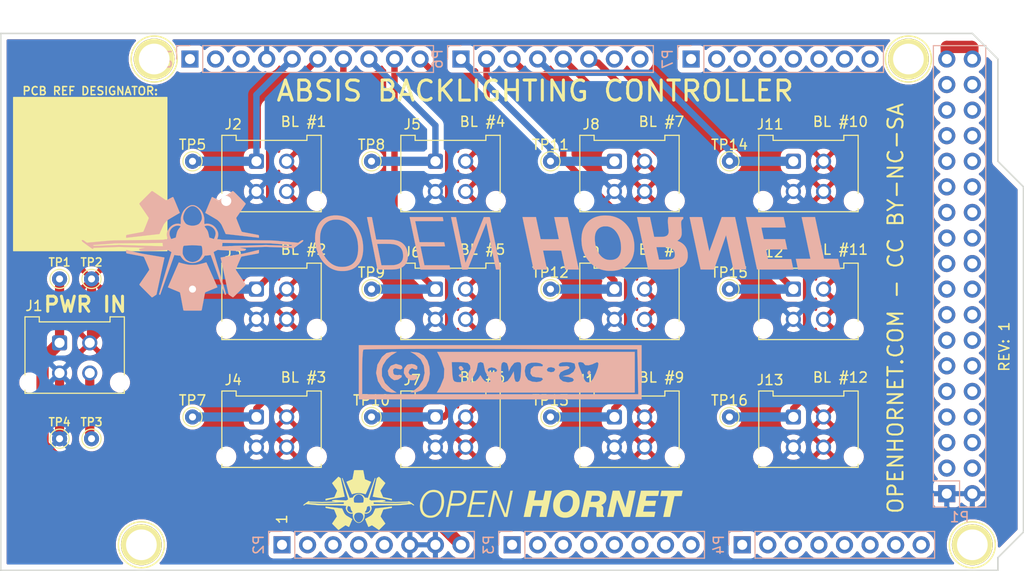
<source format=kicad_pcb>
(kicad_pcb (version 20171130) (host pcbnew "(5.1.4)-1")
  (title_block (date "mar. 31 mars 2015"))
  (layers (0 F.Cu signal) (31 B.Cu signal) (34 B.Paste user) (35 F.Paste user) (36 B.SilkS user) (37 F.SilkS user) (38 B.Mask user) (39 F.Mask user) (44 Edge.Cuts user))
  (net 0 "")
  (net 1 GND)
  (net 2 +5V)
  (net 3 +3V3)
  (net 4 +5VD)
  (net 5 /+12V_SUPPLY)
  (net 6 /+5V_SUPPLY)
  (net 7 /+3.3V_SUPPLY)
  (net 8 "/52(SCK)")
  (net 9 "/53(SS)")
  (net 10 "/50(MISO)")
  (net 11 "/51(MOSI)")
  (net 12 /48)
  (net 13 /49)
  (net 14 /46)
  (net 15 /47)
  (net 16 /44)
  (net 17 /45)
  (net 18 /42)
  (net 19 /43)
  (net 20 /40)
  (net 21 /41)
  (net 22 /38)
  (net 23 /39)
  (net 24 /36)
  (net 25 /37)
  (net 26 /34)
  (net 27 /35)
  (net 28 /32)
  (net 29 /33)
  (net 30 /30)
  (net 31 /31)
  (net 32 /28)
  (net 33 /29)
  (net 34 /26)
  (net 35 /27)
  (net 36 /24)
  (net 37 /25)
  (net 38 /22)
  (net 39 /23)
  (net 40 /Reset)
  (net 41 /IOREF)
  (net 42 "Net-(P2-Pad1)")
  (net 43 /A0)
  (net 44 /A1)
  (net 45 /A2)
  (net 46 /A3)
  (net 47 /A4)
  (net 48 /A5)
  (net 49 /A6)
  (net 50 /A7)
  (net 51 /A8)
  (net 52 /A9)
  (net 53 /A10)
  (net 54 /A11)
  (net 55 /A12)
  (net 56 /A13)
  (net 57 /A14)
  (net 58 /A15)
  (net 59 /SCL)
  (net 60 /SDA)
  (net 61 /AREF)
  (net 62 "/13(**)")
  (net 63 "/12(**)")
  (net 64 "/11(**)")
  (net 65 "/10(**)")
  (net 66 "/9(**)")
  (net 67 "/8(**)")
  (net 68 "/7(**)")
  (net 69 "/6(**)")
  (net 70 "/5(**)")
  (net 71 "/4(**)")
  (net 72 "/3(**)")
  (net 73 "/2(**)")
  (net 74 "/1(Tx0)")
  (net 75 "/0(Rx0)")
  (net 76 "/14(Tx3)")
  (net 77 "/15(Rx3)")
  (net 78 "/16(Tx2)")
  (net 79 "/17(Rx2)")
  (net 80 "/18(Tx1)")
  (net 81 "/19(Rx1)")
  (net 82 "/20(SDA)")
  (net 83 "/21(SCL)")
  (module KiCAD_Libraries:CC-BY-NC-SA-Small (layer B.Cu) (at 152.908 101.981)
    (fp_text reference G*** hide)
    (fp_text value LOGO hide)
  )
  (module KiCAD_Libraries:OH_LOGO_75.4mm_11.9mm (layer B.Cu) (at 149.098 89.916)
    (fp_text reference G*** hide)
    (fp_text value LOGO hide)
  )
  (module KiCAD_Libraries:OH_LOGO_37.7mm_5.9mm (layer F.Cu) (at 152.273 114.681)
    (fp_text reference G*** hide)
    (fp_text value LOGO hide)
  )
  (module Socket_Arduino_Mega:Arduino_1pin (layer F.Cu) (at 117.348 119.126)
    (fp_text reference MK1 hide)
    (fp_text value MH hide)
    (pad 1 thru_hole circle (at 0 0) (size 4.064 4.064) (drill 3.048) (layers *.Cu *.Mask F.SilkS))
  )
  (module Socket_Arduino_Mega:Arduino_1pin (layer F.Cu) (at 199.898 119.126)
    (fp_text reference MK3 hide)
    (fp_text value MH hide)
    (pad 1 thru_hole circle (at 0 0) (size 4.064 4.064) (drill 3.048) (layers *.Cu *.Mask F.SilkS))
  )
  (module Socket_Arduino_Mega:Arduino_1pin (layer F.Cu) (at 118.618 70.866)
    (fp_text reference MK4 hide)
    (fp_text value MH hide)
    (pad 1 thru_hole circle (at 0 0) (size 4.064 4.064) (drill 3.048) (layers *.Cu *.Mask F.SilkS))
  )
  (module Socket_Arduino_Mega:Arduino_1pin (layer F.Cu) (at 193.548 70.866)
    (fp_text reference MK6 hide)
    (fp_text value MH hide)
    (pad 1 thru_hole circle (at 0 0) (size 4.064 4.064) (drill 3.048) (layers *.Cu *.Mask F.SilkS))
  )
  (module Connector_Molex:Molex_Micro-Fit_3.0_43045-0412_2x02_P3.00mm_Vertical (layer F.Cu) (at 109.22 99.06)
    (fp_text reference J1 (at -2.54 -3.67) (layer F.SilkS))
    (fp_text value "PWR IN")
    (pad "" np_thru_hole circle (at -3 3.94) (size 1 1) (drill 1) (layers *.Cu *.Mask))
    (pad "" np_thru_hole circle (at 6 3.94) (size 1 1) (drill 1) (layers *.Cu *.Mask))
    (pad 1 thru_hole roundrect (at 0 0) (size 1.5 1.5) (drill 1) (layers *.Cu *.Mask) (roundrect_rratio 0.166667) (net 5 /+12V_SUPPLY))
    (pad 2 thru_hole circle (at 3 0) (size 1.5 1.5) (drill 1) (layers *.Cu *.Mask) (net 6 /+5V_SUPPLY))
    (pad 3 thru_hole circle (at 0 3) (size 1.5 1.5) (drill 1) (layers *.Cu *.Mask) (net 1 GND))
    (pad 4 thru_hole circle (at 3 3) (size 1.5 1.5) (drill 1) (layers *.Cu *.Mask) (net 7 /+3.3V_SUPPLY))
  )
  (module TestPoint:TestPoint_THTPad_D1.5mm_Drill0.7mm (layer F.Cu) (at 109.22 92.71)
    (fp_text reference TP1 (at 0 -1.648) (layer F.SilkS) (effects (font (size 0.8 0.8))))
    (fp_text value TP-12)
    (pad 1 thru_hole circle (at 0 0) (size 1.5 1.5) (drill 0.7) (layers *.Cu *.Mask) (net 5 /+12V_SUPPLY))
  )
  (module TestPoint:TestPoint_THTPad_D1.5mm_Drill0.7mm (layer F.Cu) (at 112.395 92.71)
    (fp_text reference TP2 (at 0 -1.648) (layer F.SilkS) (effects (font (size 0.8 0.8))))
    (fp_text value TP-5V)
    (pad 1 thru_hole circle (at 0 0) (size 1.5 1.5) (drill 0.7) (layers *.Cu *.Mask) (net 6 /+5V_SUPPLY))
  )
  (module TestPoint:TestPoint_THTPad_D1.5mm_Drill0.7mm (layer F.Cu) (at 112.395 108.585)
    (fp_text reference TP3 (at 0 -1.648) (layer F.SilkS) (effects (font (size 0.8 0.8))))
    (fp_text value TP-3.3V)
    (pad 1 thru_hole circle (at 0 0) (size 1.5 1.5) (drill 0.7) (layers *.Cu *.Mask) (net 7 /+3.3V_SUPPLY))
  )
  (module TestPoint:TestPoint_THTPad_D1.5mm_Drill0.7mm (layer F.Cu) (at 109.22 108.585)
    (fp_text reference TP4 (at 0 -1.648) (layer F.SilkS) (effects (font (size 0.8 0.8))))
    (fp_text value TP-GND)
    (pad 1 thru_hole circle (at 0 0) (size 1.5 1.5) (drill 0.7) (layers *.Cu *.Mask) (net 1 GND))
  )
  (module Connector_PinHeader_2.54mm:PinHeader_2x18_P2.54mm_Vertical (layer B.Cu) (at 197.358 114.046)
    (fp_text reference P1 (at 1.27 2.33) (layer B.SilkS) (effects (justify mirror)))
    (fp_text value Digital)
    (pad 1 thru_hole rect (at 0 0) (size 1.7 1.7) (drill 1) (layers *.Cu *.Mask) (net 1 GND))
    (pad 2 thru_hole oval (at 2.54 0) (size 1.7 1.7) (drill 1) (layers *.Cu *.Mask) (net 1 GND))
    (pad 3 thru_hole oval (at 0 -2.54) (size 1.7 1.7) (drill 1) (layers *.Cu *.Mask) (net 8 "/52(SCK)"))
    (pad 4 thru_hole oval (at 2.54 -2.54) (size 1.7 1.7) (drill 1) (layers *.Cu *.Mask) (net 9 "/53(SS)"))
    (pad 5 thru_hole oval (at 0 -5.08) (size 1.7 1.7) (drill 1) (layers *.Cu *.Mask) (net 10 "/50(MISO)"))
    (pad 6 thru_hole oval (at 2.54 -5.08) (size 1.7 1.7) (drill 1) (layers *.Cu *.Mask) (net 11 "/51(MOSI)"))
    (pad 7 thru_hole oval (at 0 -7.62) (size 1.7 1.7) (drill 1) (layers *.Cu *.Mask) (net 12 /48))
    (pad 8 thru_hole oval (at 2.54 -7.62) (size 1.7 1.7) (drill 1) (layers *.Cu *.Mask) (net 13 /49))
    (pad 9 thru_hole oval (at 0 -10.16) (size 1.7 1.7) (drill 1) (layers *.Cu *.Mask) (net 14 /46))
    (pad 10 thru_hole oval (at 2.54 -10.16) (size 1.7 1.7) (drill 1) (layers *.Cu *.Mask) (net 15 /47))
    (pad 11 thru_hole oval (at 0 -12.7) (size 1.7 1.7) (drill 1) (layers *.Cu *.Mask) (net 16 /44))
    (pad 12 thru_hole oval (at 2.54 -12.7) (size 1.7 1.7) (drill 1) (layers *.Cu *.Mask) (net 17 /45))
    (pad 13 thru_hole oval (at 0 -15.24) (size 1.7 1.7) (drill 1) (layers *.Cu *.Mask) (net 18 /42))
    (pad 14 thru_hole oval (at 2.54 -15.24) (size 1.7 1.7) (drill 1) (layers *.Cu *.Mask) (net 19 /43))
    (pad 15 thru_hole oval (at 0 -17.78) (size 1.7 1.7) (drill 1) (layers *.Cu *.Mask) (net 20 /40))
    (pad 16 thru_hole oval (at 2.54 -17.78) (size 1.7 1.7) (drill 1) (layers *.Cu *.Mask) (net 21 /41))
    (pad 17 thru_hole oval (at 0 -20.32) (size 1.7 1.7) (drill 1) (layers *.Cu *.Mask) (net 22 /38))
    (pad 18 thru_hole oval (at 2.54 -20.32) (size 1.7 1.7) (drill 1) (layers *.Cu *.Mask) (net 23 /39))
    (pad 19 thru_hole oval (at 0 -22.86) (size 1.7 1.7) (drill 1) (layers *.Cu *.Mask) (net 24 /36))
    (pad 20 thru_hole oval (at 2.54 -22.86) (size 1.7 1.7) (drill 1) (layers *.Cu *.Mask) (net 25 /37))
    (pad 21 thru_hole oval (at 0 -25.4) (size 1.7 1.7) (drill 1) (layers *.Cu *.Mask) (net 26 /34))
    (pad 22 thru_hole oval (at 2.54 -25.4) (size 1.7 1.7) (drill 1) (layers *.Cu *.Mask) (net 27 /35))
    (pad 23 thru_hole oval (at 0 -27.94) (size 1.7 1.7) (drill 1) (layers *.Cu *.Mask) (net 28 /32))
    (pad 24 thru_hole oval (at 2.54 -27.94) (size 1.7 1.7) (drill 1) (layers *.Cu *.Mask) (net 29 /33))
    (pad 25 thru_hole oval (at 0 -30.48) (size 1.7 1.7) (drill 1) (layers *.Cu *.Mask) (net 30 /30))
    (pad 26 thru_hole oval (at 2.54 -30.48) (size 1.7 1.7) (drill 1) (layers *.Cu *.Mask) (net 31 /31))
    (pad 27 thru_hole oval (at 0 -33.02) (size 1.7 1.7) (drill 1) (layers *.Cu *.Mask) (net 32 /28))
    (pad 28 thru_hole oval (at 2.54 -33.02) (size 1.7 1.7) (drill 1) (layers *.Cu *.Mask) (net 33 /29))
    (pad 29 thru_hole oval (at 0 -35.56) (size 1.7 1.7) (drill 1) (layers *.Cu *.Mask) (net 34 /26))
    (pad 30 thru_hole oval (at 2.54 -35.56) (size 1.7 1.7) (drill 1) (layers *.Cu *.Mask) (net 35 /27))
    (pad 31 thru_hole oval (at 0 -38.1) (size 1.7 1.7) (drill 1) (layers *.Cu *.Mask) (net 36 /24))
    (pad 32 thru_hole oval (at 2.54 -38.1) (size 1.7 1.7) (drill 1) (layers *.Cu *.Mask) (net 37 /25))
    (pad 33 thru_hole oval (at 0 -40.64) (size 1.7 1.7) (drill 1) (layers *.Cu *.Mask) (net 38 /22))
    (pad 34 thru_hole oval (at 2.54 -40.64) (size 1.7 1.7) (drill 1) (layers *.Cu *.Mask) (net 39 /23))
    (pad 35 thru_hole oval (at 0 -43.18) (size 1.7 1.7) (drill 1) (layers *.Cu *.Mask) (net 4 +5VD))
    (pad 36 thru_hole oval (at 2.54 -43.18) (size 1.7 1.7) (drill 1) (layers *.Cu *.Mask) (net 4 +5VD))
  )
  (module Connector_PinHeader_2.54mm:PinHeader_1x08_P2.54mm_Vertical (layer B.Cu) (at 131.318 119.126 270)
    (fp_text reference P2 (at 0 2.33 270) (layer B.SilkS) (effects (justify mirror)))
    (fp_text value Power)
    (pad 1 thru_hole rect (at 0 0 270) (size 1.7 1.7) (drill 1) (layers *.Cu *.Mask) (net 42 "Net-(P2-Pad1)"))
    (pad 2 thru_hole oval (at 0 -2.54 270) (size 1.7 1.7) (drill 1) (layers *.Cu *.Mask) (net 41 /IOREF))
    (pad 3 thru_hole oval (at 0 -5.08 270) (size 1.7 1.7) (drill 1) (layers *.Cu *.Mask) (net 40 /Reset))
    (pad 4 thru_hole oval (at 0 -7.62 270) (size 1.7 1.7) (drill 1) (layers *.Cu *.Mask) (net 3 +3V3))
    (pad 5 thru_hole oval (at 0 -10.16 270) (size 1.7 1.7) (drill 1) (layers *.Cu *.Mask) (net 2 +5V))
    (pad 6 thru_hole oval (at 0 -12.7 270) (size 1.7 1.7) (drill 1) (layers *.Cu *.Mask) (net 1 GND))
    (pad 7 thru_hole oval (at 0 -15.24 270) (size 1.7 1.7) (drill 1) (layers *.Cu *.Mask) (net 1 GND))
    (pad 8 thru_hole oval (at 0 -17.78 270) (size 1.7 1.7) (drill 1) (layers *.Cu *.Mask) (net 5 /+12V_SUPPLY))
  )
  (module Connector_PinHeader_2.54mm:PinHeader_1x08_P2.54mm_Vertical (layer B.Cu) (at 154.178 119.126 270)
    (fp_text reference P3 (at 0 2.33 270) (layer B.SilkS) (effects (justify mirror)))
    (fp_text value Analog)
    (pad 1 thru_hole rect (at 0 0 270) (size 1.7 1.7) (drill 1) (layers *.Cu *.Mask) (net 43 /A0))
    (pad 2 thru_hole oval (at 0 -2.54 270) (size 1.7 1.7) (drill 1) (layers *.Cu *.Mask) (net 44 /A1))
    (pad 3 thru_hole oval (at 0 -5.08 270) (size 1.7 1.7) (drill 1) (layers *.Cu *.Mask) (net 45 /A2))
    (pad 4 thru_hole oval (at 0 -7.62 270) (size 1.7 1.7) (drill 1) (layers *.Cu *.Mask) (net 46 /A3))
    (pad 5 thru_hole oval (at 0 -10.16 270) (size 1.7 1.7) (drill 1) (layers *.Cu *.Mask) (net 47 /A4))
    (pad 6 thru_hole oval (at 0 -12.7 270) (size 1.7 1.7) (drill 1) (layers *.Cu *.Mask) (net 48 /A5))
    (pad 7 thru_hole oval (at 0 -15.24 270) (size 1.7 1.7) (drill 1) (layers *.Cu *.Mask) (net 49 /A6))
    (pad 8 thru_hole oval (at 0 -17.78 270) (size 1.7 1.7) (drill 1) (layers *.Cu *.Mask) (net 50 /A7))
  )
  (module Connector_PinHeader_2.54mm:PinHeader_1x08_P2.54mm_Vertical (layer B.Cu) (at 177.038 119.126 270)
    (fp_text reference P4 (at 0 2.33 270) (layer B.SilkS) (effects (justify mirror)))
    (fp_text value Analog)
    (pad 1 thru_hole rect (at 0 0 270) (size 1.7 1.7) (drill 1) (layers *.Cu *.Mask) (net 51 /A8))
    (pad 2 thru_hole oval (at 0 -2.54 270) (size 1.7 1.7) (drill 1) (layers *.Cu *.Mask) (net 52 /A9))
    (pad 3 thru_hole oval (at 0 -5.08 270) (size 1.7 1.7) (drill 1) (layers *.Cu *.Mask) (net 53 /A10))
    (pad 4 thru_hole oval (at 0 -7.62 270) (size 1.7 1.7) (drill 1) (layers *.Cu *.Mask) (net 54 /A11))
    (pad 5 thru_hole oval (at 0 -10.16 270) (size 1.7 1.7) (drill 1) (layers *.Cu *.Mask) (net 55 /A12))
    (pad 6 thru_hole oval (at 0 -12.7 270) (size 1.7 1.7) (drill 1) (layers *.Cu *.Mask) (net 56 /A13))
    (pad 7 thru_hole oval (at 0 -15.24 270) (size 1.7 1.7) (drill 1) (layers *.Cu *.Mask) (net 57 /A14))
    (pad 8 thru_hole oval (at 0 -17.78 270) (size 1.7 1.7) (drill 1) (layers *.Cu *.Mask) (net 58 /A15))
  )
  (module Connector_PinHeader_2.54mm:PinHeader_1x10_P2.54mm_Vertical (layer B.Cu) (at 122.174 70.866 270)
    (fp_text reference P5 (at 0 2.33 270) (layer B.SilkS) (effects (justify mirror)))
    (fp_text value PWM)
    (pad 1 thru_hole rect (at 0 0 270) (size 1.7 1.7) (drill 1) (layers *.Cu *.Mask) (net 59 /SCL))
    (pad 2 thru_hole oval (at 0 -2.54 270) (size 1.7 1.7) (drill 1) (layers *.Cu *.Mask) (net 60 /SDA))
    (pad 3 thru_hole oval (at 0 -5.08 270) (size 1.7 1.7) (drill 1) (layers *.Cu *.Mask) (net 61 /AREF))
    (pad 4 thru_hole oval (at 0 -7.62 270) (size 1.7 1.7) (drill 1) (layers *.Cu *.Mask) (net 1 GND))
    (pad 5 thru_hole oval (at 0 -10.16 270) (size 1.7 1.7) (drill 1) (layers *.Cu *.Mask) (net 62 "/13(**)"))
    (pad 6 thru_hole oval (at 0 -12.7 270) (size 1.7 1.7) (drill 1) (layers *.Cu *.Mask) (net 63 "/12(**)"))
    (pad 7 thru_hole oval (at 0 -15.24 270) (size 1.7 1.7) (drill 1) (layers *.Cu *.Mask) (net 64 "/11(**)"))
    (pad 8 thru_hole oval (at 0 -17.78 270) (size 1.7 1.7) (drill 1) (layers *.Cu *.Mask) (net 65 "/10(**)"))
    (pad 9 thru_hole oval (at 0 -20.32 270) (size 1.7 1.7) (drill 1) (layers *.Cu *.Mask) (net 66 "/9(**)"))
    (pad 10 thru_hole oval (at 0 -22.86 270) (size 1.7 1.7) (drill 1) (layers *.Cu *.Mask) (net 67 "/8(**)"))
  )
  (module Connector_PinHeader_2.54mm:PinHeader_1x08_P2.54mm_Vertical (layer B.Cu) (at 149.098 70.866 270)
    (fp_text reference P6 (at 0 2.33 270) (layer B.SilkS) (effects (justify mirror)))
    (fp_text value PWM)
    (pad 8 thru_hole oval (at 0 -17.78 270) (size 1.7 1.7) (drill 1) (layers *.Cu *.Mask) (net 75 "/0(Rx0)"))
    (pad 7 thru_hole oval (at 0 -15.24 270) (size 1.7 1.7) (drill 1) (layers *.Cu *.Mask) (net 74 "/1(Tx0)"))
    (pad 6 thru_hole oval (at 0 -12.7 270) (size 1.7 1.7) (drill 1) (layers *.Cu *.Mask) (net 73 "/2(**)"))
    (pad 5 thru_hole oval (at 0 -10.16 270) (size 1.7 1.7) (drill 1) (layers *.Cu *.Mask) (net 72 "/3(**)"))
    (pad 4 thru_hole oval (at 0 -7.62 270) (size 1.7 1.7) (drill 1) (layers *.Cu *.Mask) (net 71 "/4(**)"))
    (pad 3 thru_hole oval (at 0 -5.08 270) (size 1.7 1.7) (drill 1) (layers *.Cu *.Mask) (net 70 "/5(**)"))
    (pad 2 thru_hole oval (at 0 -2.54 270) (size 1.7 1.7) (drill 1) (layers *.Cu *.Mask) (net 69 "/6(**)"))
    (pad 1 thru_hole rect (at 0 0 270) (size 1.7 1.7) (drill 1) (layers *.Cu *.Mask) (net 68 "/7(**)"))
  )
  (module Connector_PinHeader_2.54mm:PinHeader_1x08_P2.54mm_Vertical (layer B.Cu) (at 171.958 70.866 270)
    (fp_text reference P7 (at 0 2.33 270) (layer B.SilkS) (effects (justify mirror)))
    (fp_text value Communication)
    (pad 8 thru_hole oval (at 0 -17.78 270) (size 1.7 1.7) (drill 1) (layers *.Cu *.Mask) (net 83 "/21(SCL)"))
    (pad 7 thru_hole oval (at 0 -15.24 270) (size 1.7 1.7) (drill 1) (layers *.Cu *.Mask) (net 82 "/20(SDA)"))
    (pad 6 thru_hole oval (at 0 -12.7 270) (size 1.7 1.7) (drill 1) (layers *.Cu *.Mask) (net 81 "/19(Rx1)"))
    (pad 5 thru_hole oval (at 0 -10.16 270) (size 1.7 1.7) (drill 1) (layers *.Cu *.Mask) (net 80 "/18(Tx1)"))
    (pad 4 thru_hole oval (at 0 -7.62 270) (size 1.7 1.7) (drill 1) (layers *.Cu *.Mask) (net 79 "/17(Rx2)"))
    (pad 3 thru_hole oval (at 0 -5.08 270) (size 1.7 1.7) (drill 1) (layers *.Cu *.Mask) (net 78 "/16(Tx2)"))
    (pad 2 thru_hole oval (at 0 -2.54 270) (size 1.7 1.7) (drill 1) (layers *.Cu *.Mask) (net 77 "/15(Rx3)"))
    (pad 1 thru_hole rect (at 0 0 270) (size 1.7 1.7) (drill 1) (layers *.Cu *.Mask) (net 76 "/14(Tx3)"))
  )
  (module Connector_Molex:Molex_Micro-Fit_3.0_43045-0412_2x02_P3.00mm_Vertical (layer F.Cu) (at 128.778 81.026)
    (fp_text reference J2 (at -2.31 -3.67) (layer F.SilkS))
    (fp_text value "BL #1" (at 4.675 -3.93) (layer F.SilkS))
    (pad 4 thru_hole circle (at 3 3) (size 1.5 1.5) (drill 1) (layers *.Cu *.Mask) (net 6 /+5V_SUPPLY))
    (pad 3 thru_hole circle (at 0 3) (size 1.5 1.5) (drill 1) (layers *.Cu *.Mask) (net 1 GND))
    (pad 2 thru_hole circle (at 3 0) (size 1.5 1.5) (drill 1) (layers *.Cu *.Mask) (net 6 /+5V_SUPPLY))
    (pad 1 thru_hole roundrect (at 0 0) (size 1.5 1.5) (drill 1) (layers *.Cu *.Mask) (roundrect_rratio 0.166667) (net 62 "/13(**)"))
    (pad "" np_thru_hole circle (at 6 3.94) (size 1 1) (drill 1) (layers *.Cu *.Mask))
    (pad "" np_thru_hole circle (at -3 3.94) (size 1 1) (drill 1) (layers *.Cu *.Mask))
  )
  (module Connector_Molex:Molex_Micro-Fit_3.0_43045-0412_2x02_P3.00mm_Vertical (layer F.Cu) (at 128.778 93.726)
    (fp_text reference J3 (at -2.31 -3.67) (layer F.SilkS))
    (fp_text value "BL #2" (at 4.675 -3.93) (layer F.SilkS))
    (pad 4 thru_hole circle (at 3 3) (size 1.5 1.5) (drill 1) (layers *.Cu *.Mask) (net 6 /+5V_SUPPLY))
    (pad 3 thru_hole circle (at 0 3) (size 1.5 1.5) (drill 1) (layers *.Cu *.Mask) (net 1 GND))
    (pad 2 thru_hole circle (at 3 0) (size 1.5 1.5) (drill 1) (layers *.Cu *.Mask) (net 6 /+5V_SUPPLY))
    (pad 1 thru_hole roundrect (at 0 0) (size 1.5 1.5) (drill 1) (layers *.Cu *.Mask) (roundrect_rratio 0.166667) (net 63 "/12(**)"))
    (pad "" np_thru_hole circle (at 6 3.94) (size 1 1) (drill 1) (layers *.Cu *.Mask))
    (pad "" np_thru_hole circle (at -3 3.94) (size 1 1) (drill 1) (layers *.Cu *.Mask))
  )
  (module Connector_Molex:Molex_Micro-Fit_3.0_43045-0412_2x02_P3.00mm_Vertical (layer F.Cu) (at 128.778 106.426)
    (fp_text reference J4 (at -2.31 -3.67) (layer F.SilkS))
    (fp_text value "BL #3" (at 4.675 -3.93) (layer F.SilkS))
    (pad "" np_thru_hole circle (at -3 3.94) (size 1 1) (drill 1) (layers *.Cu *.Mask))
    (pad "" np_thru_hole circle (at 6 3.94) (size 1 1) (drill 1) (layers *.Cu *.Mask))
    (pad 1 thru_hole roundrect (at 0 0) (size 1.5 1.5) (drill 1) (layers *.Cu *.Mask) (roundrect_rratio 0.166667) (net 64 "/11(**)"))
    (pad 2 thru_hole circle (at 3 0) (size 1.5 1.5) (drill 1) (layers *.Cu *.Mask) (net 6 /+5V_SUPPLY))
    (pad 3 thru_hole circle (at 0 3) (size 1.5 1.5) (drill 1) (layers *.Cu *.Mask) (net 1 GND))
    (pad 4 thru_hole circle (at 3 3) (size 1.5 1.5) (drill 1) (layers *.Cu *.Mask) (net 6 /+5V_SUPPLY))
  )
  (module Connector_Molex:Molex_Micro-Fit_3.0_43045-0412_2x02_P3.00mm_Vertical (layer F.Cu) (at 146.558 81.026)
    (fp_text reference J5 (at -2.31 -3.67) (layer F.SilkS))
    (fp_text value "BL #4" (at 4.675 -3.93) (layer F.SilkS))
    (pad 4 thru_hole circle (at 3 3) (size 1.5 1.5) (drill 1) (layers *.Cu *.Mask) (net 6 /+5V_SUPPLY))
    (pad 3 thru_hole circle (at 0 3) (size 1.5 1.5) (drill 1) (layers *.Cu *.Mask) (net 1 GND))
    (pad 2 thru_hole circle (at 3 0) (size 1.5 1.5) (drill 1) (layers *.Cu *.Mask) (net 6 /+5V_SUPPLY))
    (pad 1 thru_hole roundrect (at 0 0) (size 1.5 1.5) (drill 1) (layers *.Cu *.Mask) (roundrect_rratio 0.166667) (net 65 "/10(**)"))
    (pad "" np_thru_hole circle (at 6 3.94) (size 1 1) (drill 1) (layers *.Cu *.Mask))
    (pad "" np_thru_hole circle (at -3 3.94) (size 1 1) (drill 1) (layers *.Cu *.Mask))
  )
  (module Connector_Molex:Molex_Micro-Fit_3.0_43045-0412_2x02_P3.00mm_Vertical (layer F.Cu) (at 146.558 93.726)
    (fp_text reference J6 (at -2.31 -3.67) (layer F.SilkS))
    (fp_text value "BL #5" (at 4.675 -3.93) (layer F.SilkS))
    (pad "" np_thru_hole circle (at -3 3.94) (size 1 1) (drill 1) (layers *.Cu *.Mask))
    (pad "" np_thru_hole circle (at 6 3.94) (size 1 1) (drill 1) (layers *.Cu *.Mask))
    (pad 1 thru_hole roundrect (at 0 0) (size 1.5 1.5) (drill 1) (layers *.Cu *.Mask) (roundrect_rratio 0.166667) (net 66 "/9(**)"))
    (pad 2 thru_hole circle (at 3 0) (size 1.5 1.5) (drill 1) (layers *.Cu *.Mask) (net 6 /+5V_SUPPLY))
    (pad 3 thru_hole circle (at 0 3) (size 1.5 1.5) (drill 1) (layers *.Cu *.Mask) (net 1 GND))
    (pad 4 thru_hole circle (at 3 3) (size 1.5 1.5) (drill 1) (layers *.Cu *.Mask) (net 6 /+5V_SUPPLY))
  )
  (module Connector_Molex:Molex_Micro-Fit_3.0_43045-0412_2x02_P3.00mm_Vertical (layer F.Cu) (at 146.558 106.426)
    (fp_text reference J7 (at -2.31 -3.67) (layer F.SilkS))
    (fp_text value "BL #6" (at 4.675 -3.93) (layer F.SilkS))
    (pad 4 thru_hole circle (at 3 3) (size 1.5 1.5) (drill 1) (layers *.Cu *.Mask) (net 6 /+5V_SUPPLY))
    (pad 3 thru_hole circle (at 0 3) (size 1.5 1.5) (drill 1) (layers *.Cu *.Mask) (net 1 GND))
    (pad 2 thru_hole circle (at 3 0) (size 1.5 1.5) (drill 1) (layers *.Cu *.Mask) (net 6 /+5V_SUPPLY))
    (pad 1 thru_hole roundrect (at 0 0) (size 1.5 1.5) (drill 1) (layers *.Cu *.Mask) (roundrect_rratio 0.166667) (net 67 "/8(**)"))
    (pad "" np_thru_hole circle (at 6 3.94) (size 1 1) (drill 1) (layers *.Cu *.Mask))
    (pad "" np_thru_hole circle (at -3 3.94) (size 1 1) (drill 1) (layers *.Cu *.Mask))
  )
  (module Connector_Molex:Molex_Micro-Fit_3.0_43045-0412_2x02_P3.00mm_Vertical (layer F.Cu) (at 164.338 81.026)
    (fp_text reference J8 (at -2.31 -3.67) (layer F.SilkS))
    (fp_text value "BL #7" (at 4.675 -3.93) (layer F.SilkS))
    (pad 4 thru_hole circle (at 3 3) (size 1.5 1.5) (drill 1) (layers *.Cu *.Mask) (net 6 /+5V_SUPPLY))
    (pad 3 thru_hole circle (at 0 3) (size 1.5 1.5) (drill 1) (layers *.Cu *.Mask) (net 1 GND))
    (pad 2 thru_hole circle (at 3 0) (size 1.5 1.5) (drill 1) (layers *.Cu *.Mask) (net 6 /+5V_SUPPLY))
    (pad 1 thru_hole roundrect (at 0 0) (size 1.5 1.5) (drill 1) (layers *.Cu *.Mask) (roundrect_rratio 0.166667) (net 68 "/7(**)"))
    (pad "" np_thru_hole circle (at 6 3.94) (size 1 1) (drill 1) (layers *.Cu *.Mask))
    (pad "" np_thru_hole circle (at -3 3.94) (size 1 1) (drill 1) (layers *.Cu *.Mask))
  )
  (module Connector_Molex:Molex_Micro-Fit_3.0_43045-0412_2x02_P3.00mm_Vertical (layer F.Cu) (at 164.338 93.726)
    (fp_text reference J9 (at -2.31 -3.67) (layer F.SilkS))
    (fp_text value "BL #8" (at 4.675 -3.93) (layer F.SilkS))
    (pad "" np_thru_hole circle (at -3 3.94) (size 1 1) (drill 1) (layers *.Cu *.Mask))
    (pad "" np_thru_hole circle (at 6 3.94) (size 1 1) (drill 1) (layers *.Cu *.Mask))
    (pad 1 thru_hole roundrect (at 0 0) (size 1.5 1.5) (drill 1) (layers *.Cu *.Mask) (roundrect_rratio 0.166667) (net 69 "/6(**)"))
    (pad 2 thru_hole circle (at 3 0) (size 1.5 1.5) (drill 1) (layers *.Cu *.Mask) (net 6 /+5V_SUPPLY))
    (pad 3 thru_hole circle (at 0 3) (size 1.5 1.5) (drill 1) (layers *.Cu *.Mask) (net 1 GND))
    (pad 4 thru_hole circle (at 3 3) (size 1.5 1.5) (drill 1) (layers *.Cu *.Mask) (net 6 /+5V_SUPPLY))
  )
  (module Connector_Molex:Molex_Micro-Fit_3.0_43045-0412_2x02_P3.00mm_Vertical (layer F.Cu) (at 164.338 106.426)
    (fp_text reference J10 (at -2.31 -3.67) (layer F.SilkS))
    (fp_text value "BL #9" (at 4.675 -3.93) (layer F.SilkS))
    (pad 4 thru_hole circle (at 3 3) (size 1.5 1.5) (drill 1) (layers *.Cu *.Mask) (net 6 /+5V_SUPPLY))
    (pad 3 thru_hole circle (at 0 3) (size 1.5 1.5) (drill 1) (layers *.Cu *.Mask) (net 1 GND))
    (pad 2 thru_hole circle (at 3 0) (size 1.5 1.5) (drill 1) (layers *.Cu *.Mask) (net 6 /+5V_SUPPLY))
    (pad 1 thru_hole roundrect (at 0 0) (size 1.5 1.5) (drill 1) (layers *.Cu *.Mask) (roundrect_rratio 0.166667) (net 70 "/5(**)"))
    (pad "" np_thru_hole circle (at 6 3.94) (size 1 1) (drill 1) (layers *.Cu *.Mask))
    (pad "" np_thru_hole circle (at -3 3.94) (size 1 1) (drill 1) (layers *.Cu *.Mask))
  )
  (module Connector_Molex:Molex_Micro-Fit_3.0_43045-0412_2x02_P3.00mm_Vertical (layer F.Cu) (at 182.118 81.026)
    (fp_text reference J11 (at -2.31 -3.67) (layer F.SilkS))
    (fp_text value "BL #10" (at 4.675 -3.93) (layer F.SilkS))
    (pad "" np_thru_hole circle (at -3 3.94) (size 1 1) (drill 1) (layers *.Cu *.Mask))
    (pad "" np_thru_hole circle (at 6 3.94) (size 1 1) (drill 1) (layers *.Cu *.Mask))
    (pad 1 thru_hole roundrect (at 0 0) (size 1.5 1.5) (drill 1) (layers *.Cu *.Mask) (roundrect_rratio 0.166667) (net 71 "/4(**)"))
    (pad 2 thru_hole circle (at 3 0) (size 1.5 1.5) (drill 1) (layers *.Cu *.Mask) (net 6 /+5V_SUPPLY))
    (pad 3 thru_hole circle (at 0 3) (size 1.5 1.5) (drill 1) (layers *.Cu *.Mask) (net 1 GND))
    (pad 4 thru_hole circle (at 3 3) (size 1.5 1.5) (drill 1) (layers *.Cu *.Mask) (net 6 /+5V_SUPPLY))
  )
  (module Connector_Molex:Molex_Micro-Fit_3.0_43045-0412_2x02_P3.00mm_Vertical (layer F.Cu) (at 182.118 93.726)
    (fp_text reference J12 (at -2.31 -3.67) (layer F.SilkS))
    (fp_text value "BL #11" (at 4.675 -3.93) (layer F.SilkS))
    (pad "" np_thru_hole circle (at -3 3.94) (size 1 1) (drill 1) (layers *.Cu *.Mask))
    (pad "" np_thru_hole circle (at 6 3.94) (size 1 1) (drill 1) (layers *.Cu *.Mask))
    (pad 1 thru_hole roundrect (at 0 0) (size 1.5 1.5) (drill 1) (layers *.Cu *.Mask) (roundrect_rratio 0.166667) (net 72 "/3(**)"))
    (pad 2 thru_hole circle (at 3 0) (size 1.5 1.5) (drill 1) (layers *.Cu *.Mask) (net 6 /+5V_SUPPLY))
    (pad 3 thru_hole circle (at 0 3) (size 1.5 1.5) (drill 1) (layers *.Cu *.Mask) (net 1 GND))
    (pad 4 thru_hole circle (at 3 3) (size 1.5 1.5) (drill 1) (layers *.Cu *.Mask) (net 6 /+5V_SUPPLY))
  )
  (module Connector_Molex:Molex_Micro-Fit_3.0_43045-0412_2x02_P3.00mm_Vertical (layer F.Cu) (at 182.118 106.426)
    (fp_text reference J13 (at -2.31 -3.67) (layer F.SilkS))
    (fp_text value "BL #12" (at 4.675 -3.93) (layer F.SilkS))
    (pad "" np_thru_hole circle (at -3 3.94) (size 1 1) (drill 1) (layers *.Cu *.Mask))
    (pad "" np_thru_hole circle (at 6 3.94) (size 1 1) (drill 1) (layers *.Cu *.Mask))
    (pad 1 thru_hole roundrect (at 0 0) (size 1.5 1.5) (drill 1) (layers *.Cu *.Mask) (roundrect_rratio 0.166667) (net 73 "/2(**)"))
    (pad 2 thru_hole circle (at 3 0) (size 1.5 1.5) (drill 1) (layers *.Cu *.Mask) (net 6 /+5V_SUPPLY))
    (pad 3 thru_hole circle (at 0 3) (size 1.5 1.5) (drill 1) (layers *.Cu *.Mask) (net 1 GND))
    (pad 4 thru_hole circle (at 3 3) (size 1.5 1.5) (drill 1) (layers *.Cu *.Mask) (net 6 /+5V_SUPPLY))
  )
  (module TestPoint:TestPoint_THTPad_D1.5mm_Drill0.7mm (layer F.Cu) (at 122.428 81.026)
    (fp_text reference TP5 (at 0 -1.648) (layer F.SilkS))
    (fp_text value TP-BL1)
    (pad 1 thru_hole circle (at 0 0) (size 1.5 1.5) (drill 0.7) (layers *.Cu *.Mask) (net 62 "/13(**)"))
  )
  (module TestPoint:TestPoint_THTPad_D1.5mm_Drill0.7mm (layer F.Cu) (at 122.428 93.726)
    (fp_text reference TP6 (at 0 -1.648) (layer F.SilkS))
    (fp_text value TP-BL2)
    (pad 1 thru_hole circle (at 0 0) (size 1.5 1.5) (drill 0.7) (layers *.Cu *.Mask) (net 63 "/12(**)"))
  )
  (module TestPoint:TestPoint_THTPad_D1.5mm_Drill0.7mm (layer F.Cu) (at 122.428 106.426)
    (fp_text reference TP7 (at 0 -1.648) (layer F.SilkS))
    (fp_text value TP-BL3)
    (pad 1 thru_hole circle (at 0 0) (size 1.5 1.5) (drill 0.7) (layers *.Cu *.Mask) (net 64 "/11(**)"))
  )
  (module TestPoint:TestPoint_THTPad_D1.5mm_Drill0.7mm (layer F.Cu) (at 140.208 81.026)
    (fp_text reference TP8 (at 0 -1.648) (layer F.SilkS))
    (fp_text value TP-BL4)
    (pad 1 thru_hole circle (at 0 0) (size 1.5 1.5) (drill 0.7) (layers *.Cu *.Mask) (net 65 "/10(**)"))
  )
  (module TestPoint:TestPoint_THTPad_D1.5mm_Drill0.7mm (layer F.Cu) (at 140.208 93.726)
    (fp_text reference TP9 (at 0 -1.648) (layer F.SilkS))
    (fp_text value TP-BL5)
    (pad 1 thru_hole circle (at 0 0) (size 1.5 1.5) (drill 0.7) (layers *.Cu *.Mask) (net 66 "/9(**)"))
  )
  (module TestPoint:TestPoint_THTPad_D1.5mm_Drill0.7mm (layer F.Cu) (at 140.208 106.426)
    (fp_text reference TP10 (at 0 -1.648) (layer F.SilkS))
    (fp_text value TP-BL6)
    (pad 1 thru_hole circle (at 0 0) (size 1.5 1.5) (drill 0.7) (layers *.Cu *.Mask) (net 67 "/8(**)"))
  )
  (module TestPoint:TestPoint_THTPad_D1.5mm_Drill0.7mm (layer F.Cu) (at 157.988 81.026)
    (fp_text reference TP11 (at 0 -1.648) (layer F.SilkS))
    (fp_text value TP-BL7)
    (pad 1 thru_hole circle (at 0 0) (size 1.5 1.5) (drill 0.7) (layers *.Cu *.Mask) (net 68 "/7(**)"))
  )
  (module TestPoint:TestPoint_THTPad_D1.5mm_Drill0.7mm (layer F.Cu) (at 157.988 93.726)
    (fp_text reference TP12 (at 0 -1.648) (layer F.SilkS))
    (fp_text value TP-BL8)
    (pad 1 thru_hole circle (at 0 0) (size 1.5 1.5) (drill 0.7) (layers *.Cu *.Mask) (net 69 "/6(**)"))
  )
  (module TestPoint:TestPoint_THTPad_D1.5mm_Drill0.7mm (layer F.Cu) (at 157.988 106.426)
    (fp_text reference TP13 (at 0 -1.648) (layer F.SilkS))
    (fp_text value TP-BL9)
    (pad 1 thru_hole circle (at 0 0) (size 1.5 1.5) (drill 0.7) (layers *.Cu *.Mask) (net 70 "/5(**)"))
  )
  (module TestPoint:TestPoint_THTPad_D1.5mm_Drill0.7mm (layer F.Cu) (at 175.768 81.026)
    (fp_text reference TP14 (at 0 -1.648) (layer F.SilkS))
    (fp_text value TP-BL10)
    (pad 1 thru_hole circle (at 0 0) (size 1.5 1.5) (drill 0.7) (layers *.Cu *.Mask) (net 71 "/4(**)"))
  )
  (module TestPoint:TestPoint_THTPad_D1.5mm_Drill0.7mm (layer F.Cu) (at 175.768 93.726)
    (fp_text reference TP15 (at 0 -1.648) (layer F.SilkS))
    (fp_text value TP-BL11)
    (pad 1 thru_hole circle (at 0 0) (size 1.5 1.5) (drill 0.7) (layers *.Cu *.Mask) (net 72 "/3(**)"))
  )
  (module TestPoint:TestPoint_THTPad_D1.5mm_Drill0.7mm (layer F.Cu) (at 175.768 106.426)
    (fp_text reference TP16 (at 0 -1.648) (layer F.SilkS))
    (fp_text value TP-BL12)
    (pad 1 thru_hole circle (at 0 0) (size 1.5 1.5) (drill 0.7) (layers *.Cu *.Mask) (net 73 "/2(**)"))
  )
  (gr_text "PCB REF DESIGNATOR:" (at 112.268 74.041) (layer F.SilkS) (effects (font (size 0.8 0.8))))
  (gr_poly (pts (xy 104.648 74.676) (xy 119.888 74.676) (xy 119.888 89.916) (xy 104.648 89.916)) (layer F.SilkS) (width 0.1))
  (gr_text "REV: 1" (at 203.073 99.441 90) (layer F.SilkS) (effects (font (size 1 1))))
  (gr_text "OPENHORNET.COM - CC BY-NC-SA" (at 192.278 95.631 90) (layer F.SilkS) (effects (font (size 1.5 1.5) (thickness 0.2))))
  (gr_text "ABSIS BACKLIGHTING CONTROLLER" (at 156.464 74.041) (layer F.SilkS) (effects (font (size 2 2) (thickness 0.3))))
  (gr_text "PWR IN" (at 111.76 95.25) (layer F.SilkS) (effects (font (size 1.5 1.5) (thickness 0.3))))
  (gr_text 1 (at 131.318 116.586 90) (layer F.SilkS) (effects (font (size 1 1))))
  (gr_line (start 202.438 121.666) (end 103.378 121.666) (angle 90) (layer Edge.Cuts) (width 0.15))
  (gr_line (start 202.438 120.396) (end 202.438 121.666) (angle 90) (layer Edge.Cuts) (width 0.15))
  (gr_line (start 204.978 117.856) (end 202.438 120.396) (angle 90) (layer Edge.Cuts) (width 0.15))
  (gr_line (start 204.978 83.566) (end 204.978 117.856) (angle 90) (layer Edge.Cuts) (width 0.15))
  (gr_line (start 202.438 81.026) (end 204.978 83.566) (angle 90) (layer Edge.Cuts) (width 0.15))
  (gr_line (start 202.438 70.866) (end 202.438 81.026) (angle 90) (layer Edge.Cuts) (width 0.15))
  (gr_line (start 199.898 68.326) (end 202.438 70.866) (angle 90) (layer Edge.Cuts) (width 0.15))
  (gr_line (start 103.378 68.326) (end 199.898 68.326) (angle 90) (layer Edge.Cuts) (width 0.15))
  (gr_line (start 103.378 121.666) (end 103.378 68.326) (angle 90) (layer Edge.Cuts) (width 0.15))
  (segment (start 109.22 102.06) (end 109.22 108.585) (width 0.9144) (layer F.Cu) (net 1))
  (segment (start 197.358 70.866) (end 197.358 69.663919) (width 1.2192) (layer F.Cu) (net 4))
  (segment (start 197.358 69.663919) (end 199.838919 69.663919) (width 1.2192) (layer F.Cu) (net 4))
  (segment (start 199.898 69.723) (end 199.898 70.866) (width 1.2192) (layer F.Cu) (net 4))
  (segment (start 199.838919 69.663919) (end 199.898 69.723) (width 1.2192) (layer F.Cu) (net 4))
  (segment (start 109.22 92.71) (end 109.22 99.06) (width 0.9144) (layer F.Cu) (net 5))
  (segment (start 107.529601 109.202811) (end 113.03319 114.7064) (width 1.2192) (layer F.Cu) (net 5))
  (segment (start 109.22 99.06) (end 107.529601 100.750399) (width 1.2192) (layer F.Cu) (net 5))
  (segment (start 107.529601 100.750399) (end 107.529601 109.202811) (width 1.2192) (layer F.Cu) (net 5))
  (segment (start 144.6784 114.7064) (end 149.098 119.126) (width 1.2192) (layer F.Cu) (net 5))
  (segment (start 113.03319 114.7064) (end 144.6784 114.7064) (width 1.2192) (layer F.Cu) (net 5))
  (segment (start 112.395 98.885) (end 112.22 99.06) (width 0.9144) (layer F.Cu) (net 6))
  (segment (start 112.395 92.71) (end 112.395 98.885) (width 0.9144) (layer F.Cu) (net 6))
  (segment (start 112.22 108.41) (end 112.395 108.585) (width 0.9144) (layer F.Cu) (net 7))
  (segment (start 112.22 102.06) (end 112.22 108.41) (width 0.9144) (layer F.Cu) (net 7))
  (segment (start 128.778 81.026) (end 122.428 81.026) (width 0.9144) (layer B.Cu) (net 62))
  (segment (start 128.778 81.026) (end 128.778 74.422) (width 0.635) (layer B.Cu) (net 62))
  (segment (start 131.484001 71.715999) (end 132.334 70.866) (width 0.635) (layer B.Cu) (net 62))
  (segment (start 128.778 74.422) (end 131.484001 71.715999) (width 0.635) (layer B.Cu) (net 62))
  (segment (start 122.428 93.726) (end 128.778 93.726) (width 0.9144) (layer B.Cu) (net 63))
  (segment (start 134.024001 71.715999) (end 134.874 70.866) (width 0.635) (layer F.Cu) (net 63))
  (segment (start 130.045501 75.694499) (end 134.024001 71.715999) (width 0.635) (layer F.Cu) (net 63))
  (segment (start 130.045501 92.458499) (end 130.045501 75.694499) (width 0.635) (layer F.Cu) (net 63))
  (segment (start 128.778 93.726) (end 130.045501 92.458499) (width 0.635) (layer F.Cu) (net 63))
  (segment (start 128.778 106.426) (end 122.428 106.426) (width 0.9144) (layer B.Cu) (net 64))
  (segment (start 137.414 72.068081) (end 137.414 70.866) (width 0.635) (layer F.Cu) (net 64))
  (segment (start 137.414 96.94) (end 137.414 72.068081) (width 0.635) (layer F.Cu) (net 64))
  (segment (start 128.778 105.576) (end 137.414 96.94) (width 0.635) (layer F.Cu) (net 64))
  (segment (start 128.778 106.426) (end 128.778 105.576) (width 0.635) (layer F.Cu) (net 64))
  (segment (start 146.558 81.026) (end 140.208 81.026) (width 0.9144) (layer B.Cu) (net 65))
  (segment (start 146.558 77.47) (end 139.954 70.866) (width 0.635) (layer B.Cu) (net 65))
  (segment (start 146.558 81.026) (end 146.558 77.47) (width 0.635) (layer B.Cu) (net 65))
  (segment (start 146.558 93.726) (end 140.208 93.726) (width 0.9144) (layer B.Cu) (net 66))
  (segment (start 140.208 93.726) (end 141.733902 93.726) (width 0.635) (layer B.Cu) (net 66))
  (segment (start 142.494 89.662) (end 142.494 70.866) (width 0.635) (layer F.Cu) (net 66))
  (segment (start 146.558 93.726) (end 142.494 89.662) (width 0.635) (layer F.Cu) (net 66))
  (segment (start 146.558 106.426) (end 140.208 106.426) (width 0.9144) (layer B.Cu) (net 67))
  (segment (start 145.883999 71.715999) (end 145.034 70.866) (width 0.635) (layer F.Cu) (net 67))
  (segment (start 147.82551 73.65751) (end 145.883999 71.715999) (width 0.635) (layer F.Cu) (net 67))
  (segment (start 147.82551 106.00849) (end 147.82551 73.65751) (width 0.635) (layer F.Cu) (net 67))
  (segment (start 147.408 106.426) (end 147.82551 106.00849) (width 0.635) (layer F.Cu) (net 67))
  (segment (start 146.558 106.426) (end 147.408 106.426) (width 0.635) (layer F.Cu) (net 67))
  (segment (start 157.988 81.026) (end 164.338 81.026) (width 0.9144) (layer B.Cu) (net 68))
  (segment (start 157.988 79.756) (end 149.098 70.866) (width 0.635) (layer B.Cu) (net 68))
  (segment (start 157.988 81.026) (end 157.988 79.756) (width 0.635) (layer B.Cu) (net 68))
  (segment (start 164.338 93.726) (end 157.988 93.726) (width 0.9144) (layer B.Cu) (net 69))
  (segment (start 151.638 72.068081) (end 151.638 70.866) (width 0.635) (layer F.Cu) (net 69))
  (segment (start 151.638 80.176) (end 151.638 72.068081) (width 0.635) (layer F.Cu) (net 69))
  (segment (start 164.338 92.876) (end 151.638 80.176) (width 0.635) (layer F.Cu) (net 69))
  (segment (start 164.338 93.726) (end 164.338 92.876) (width 0.635) (layer F.Cu) (net 69))
  (segment (start 157.988 106.426) (end 164.338 106.426) (width 0.9144) (layer B.Cu) (net 70))
  (segment (start 155.027999 71.715999) (end 154.178 70.866) (width 0.635) (layer F.Cu) (net 70))
  (segment (start 159.255501 75.943501) (end 155.027999 71.715999) (width 0.635) (layer F.Cu) (net 70))
  (segment (start 159.255501 80.819403) (end 159.255501 75.943501) (width 0.635) (layer F.Cu) (net 70))
  (segment (start 165.605501 87.169403) (end 159.255501 80.819403) (width 0.635) (layer F.Cu) (net 70))
  (segment (start 165.605501 104.308499) (end 165.605501 87.169403) (width 0.635) (layer F.Cu) (net 70))
  (segment (start 164.338 105.576) (end 165.605501 104.308499) (width 0.635) (layer F.Cu) (net 70))
  (segment (start 164.338 106.426) (end 164.338 105.576) (width 0.635) (layer F.Cu) (net 70))
  (segment (start 175.768 81.026) (end 182.118 81.026) (width 0.9144) (layer B.Cu) (net 71))
  (segment (start 157.567999 71.715999) (end 156.718 70.866) (width 0.635) (layer B.Cu) (net 71))
  (segment (start 158.085501 72.233501) (end 157.567999 71.715999) (width 0.635) (layer B.Cu) (net 71))
  (segment (start 168.036161 72.233501) (end 158.085501 72.233501) (width 0.635) (layer B.Cu) (net 71))
  (segment (start 175.768 79.96534) (end 168.036161 72.233501) (width 0.635) (layer B.Cu) (net 71))
  (segment (start 175.768 81.026) (end 175.768 79.96534) (width 0.635) (layer B.Cu) (net 71))
  (segment (start 175.768 93.726) (end 182.118 93.726) (width 0.9144) (layer B.Cu) (net 72))
  (segment (start 182.118 93.726) (end 159.258 70.866) (width 0.635) (layer F.Cu) (net 72))
  (segment (start 175.768 106.426) (end 182.118 106.426) (width 0.9144) (layer B.Cu) (net 73))
  (segment (start 162.1536 71.2216) (end 161.798 70.866) (width 0.635) (layer F.Cu) (net 73))
  (segment (start 162.7124 71.2216) (end 162.1536 71.2216) (width 0.635) (layer F.Cu) (net 73))
  (segment (start 183.38551 91.89471) (end 162.7124 71.2216) (width 0.635) (layer F.Cu) (net 73))
  (segment (start 183.38551 104.30849) (end 183.38551 91.89471) (width 0.635) (layer F.Cu) (net 73))
  (segment (start 182.118 106.426) (end 182.118 105.576) (width 0.635) (layer F.Cu) (net 73))
  (segment (start 182.118 105.576) (end 183.38551 104.30849) (width 0.635) (layer F.Cu) (net 73))
  (zone (net 6) (net_name /+5V_SUPPLY) (layer F.Cu) (connect_pads (clearance 0.508)) (min_thickness 0.254) (fill yes (arc_segments 32) (thermal_gap 0.508) (thermal_bridge_width 0.508))
    (polygon (pts (xy 103.378 68.326) (xy 199.898 68.326) (xy 202.438 70.866) (xy 202.438 81.026) (xy 204.978 83.566) (xy 204.978 117.856) (xy 202.438 120.396) (xy 202.438 121.666) (xy 103.378 121.666)))
  )
  (zone (net 1) (net_name GND) (layer B.Cu) (connect_pads (clearance 0.508)) (min_thickness 0.254) (fill yes (arc_segments 32) (thermal_gap 0.508) (thermal_bridge_width 0.508))
    (polygon (pts (xy 103.378 68.326) (xy 199.898 68.326) (xy 202.438 70.866) (xy 202.438 81.026) (xy 204.978 83.566) (xy 204.978 117.856) (xy 202.438 120.396) (xy 202.438 121.666) (xy 103.378 121.666)))
  )
)
</source>
